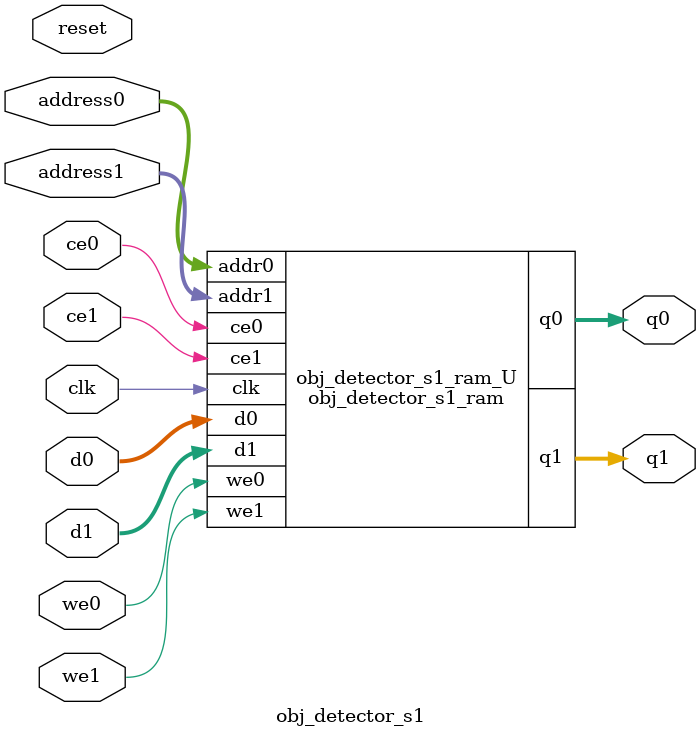
<source format=v>

`timescale 1 ns / 1 ps
module obj_detector_s1_ram (addr0, ce0, d0, we0, q0, addr1, ce1, d1, we1, q1,  clk);

parameter DWIDTH = 32;
parameter AWIDTH = 12;
parameter MEM_SIZE = 3456;

input[AWIDTH-1:0] addr0;
input ce0;
input[DWIDTH-1:0] d0;
input we0;
output reg[DWIDTH-1:0] q0;
input[AWIDTH-1:0] addr1;
input ce1;
input[DWIDTH-1:0] d1;
input we1;
output reg[DWIDTH-1:0] q1;
input clk;

(* ram_style = "block" *)reg [DWIDTH-1:0] ram[MEM_SIZE-1:0];




always @(posedge clk)  
begin 
    if (ce0) 
    begin
        if (we0) 
        begin 
            ram[addr0] <= d0; 
            q0 <= d0;
        end 
        else 
            q0 <= ram[addr0];
    end
end


always @(posedge clk)  
begin 
    if (ce1) 
    begin
        if (we1) 
        begin 
            ram[addr1] <= d1; 
            q1 <= d1;
        end 
        else 
            q1 <= ram[addr1];
    end
end


endmodule


`timescale 1 ns / 1 ps
module obj_detector_s1(
    reset,
    clk,
    address0,
    ce0,
    we0,
    d0,
    q0,
    address1,
    ce1,
    we1,
    d1,
    q1);

parameter DataWidth = 32'd32;
parameter AddressRange = 32'd3456;
parameter AddressWidth = 32'd12;
input reset;
input clk;
input[AddressWidth - 1:0] address0;
input ce0;
input we0;
input[DataWidth - 1:0] d0;
output[DataWidth - 1:0] q0;
input[AddressWidth - 1:0] address1;
input ce1;
input we1;
input[DataWidth - 1:0] d1;
output[DataWidth - 1:0] q1;



obj_detector_s1_ram obj_detector_s1_ram_U(
    .clk( clk ),
    .addr0( address0 ),
    .ce0( ce0 ),
    .d0( d0 ),
    .we0( we0 ),
    .q0( q0 ),
    .addr1( address1 ),
    .ce1( ce1 ),
    .d1( d1 ),
    .we1( we1 ),
    .q1( q1 ));

endmodule


</source>
